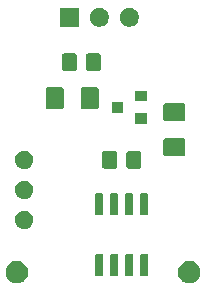
<source format=gbr>
G04 #@! TF.GenerationSoftware,KiCad,Pcbnew,(5.1.5)-1*
G04 #@! TF.CreationDate,2021-04-01T17:00:37+02:00*
G04 #@! TF.ProjectId,KonstantStromQuelle,4b6f6e73-7461-46e7-9453-74726f6d5175,rev?*
G04 #@! TF.SameCoordinates,Original*
G04 #@! TF.FileFunction,Soldermask,Top*
G04 #@! TF.FilePolarity,Negative*
%FSLAX46Y46*%
G04 Gerber Fmt 4.6, Leading zero omitted, Abs format (unit mm)*
G04 Created by KiCad (PCBNEW (5.1.5)-1) date 2021-04-01 17:00:37*
%MOMM*%
%LPD*%
G04 APERTURE LIST*
%ADD10C,0.100000*%
G04 APERTURE END LIST*
D10*
G36*
X136167395Y-80365546D02*
G01*
X136340466Y-80437234D01*
X136340467Y-80437235D01*
X136496227Y-80541310D01*
X136628690Y-80673773D01*
X136628691Y-80673775D01*
X136732766Y-80829534D01*
X136804454Y-81002605D01*
X136841000Y-81186333D01*
X136841000Y-81373667D01*
X136804454Y-81557395D01*
X136732766Y-81730466D01*
X136732765Y-81730467D01*
X136628690Y-81886227D01*
X136496227Y-82018690D01*
X136417818Y-82071081D01*
X136340466Y-82122766D01*
X136167395Y-82194454D01*
X135983667Y-82231000D01*
X135796333Y-82231000D01*
X135612605Y-82194454D01*
X135439534Y-82122766D01*
X135362182Y-82071081D01*
X135283773Y-82018690D01*
X135151310Y-81886227D01*
X135047235Y-81730467D01*
X135047234Y-81730466D01*
X134975546Y-81557395D01*
X134939000Y-81373667D01*
X134939000Y-81186333D01*
X134975546Y-81002605D01*
X135047234Y-80829534D01*
X135151309Y-80673775D01*
X135151310Y-80673773D01*
X135283773Y-80541310D01*
X135439533Y-80437235D01*
X135439534Y-80437234D01*
X135612605Y-80365546D01*
X135796333Y-80329000D01*
X135983667Y-80329000D01*
X136167395Y-80365546D01*
G37*
G36*
X121562395Y-80365546D02*
G01*
X121735466Y-80437234D01*
X121735467Y-80437235D01*
X121891227Y-80541310D01*
X122023690Y-80673773D01*
X122023691Y-80673775D01*
X122127766Y-80829534D01*
X122199454Y-81002605D01*
X122236000Y-81186333D01*
X122236000Y-81373667D01*
X122199454Y-81557395D01*
X122127766Y-81730466D01*
X122127765Y-81730467D01*
X122023690Y-81886227D01*
X121891227Y-82018690D01*
X121812818Y-82071081D01*
X121735466Y-82122766D01*
X121562395Y-82194454D01*
X121378667Y-82231000D01*
X121191333Y-82231000D01*
X121007605Y-82194454D01*
X120834534Y-82122766D01*
X120757182Y-82071081D01*
X120678773Y-82018690D01*
X120546310Y-81886227D01*
X120442235Y-81730467D01*
X120442234Y-81730466D01*
X120370546Y-81557395D01*
X120334000Y-81373667D01*
X120334000Y-81186333D01*
X120370546Y-81002605D01*
X120442234Y-80829534D01*
X120546309Y-80673775D01*
X120546310Y-80673773D01*
X120678773Y-80541310D01*
X120834533Y-80437235D01*
X120834534Y-80437234D01*
X121007605Y-80365546D01*
X121191333Y-80329000D01*
X121378667Y-80329000D01*
X121562395Y-80365546D01*
G37*
G36*
X128529928Y-79756764D02*
G01*
X128551009Y-79763160D01*
X128570445Y-79773548D01*
X128587476Y-79787524D01*
X128601452Y-79804555D01*
X128611840Y-79823991D01*
X128618236Y-79845072D01*
X128621000Y-79873140D01*
X128621000Y-81486860D01*
X128618236Y-81514928D01*
X128611840Y-81536009D01*
X128601452Y-81555445D01*
X128587476Y-81572476D01*
X128570445Y-81586452D01*
X128551009Y-81596840D01*
X128529928Y-81603236D01*
X128501860Y-81606000D01*
X128038140Y-81606000D01*
X128010072Y-81603236D01*
X127988991Y-81596840D01*
X127969555Y-81586452D01*
X127952524Y-81572476D01*
X127938548Y-81555445D01*
X127928160Y-81536009D01*
X127921764Y-81514928D01*
X127919000Y-81486860D01*
X127919000Y-79873140D01*
X127921764Y-79845072D01*
X127928160Y-79823991D01*
X127938548Y-79804555D01*
X127952524Y-79787524D01*
X127969555Y-79773548D01*
X127988991Y-79763160D01*
X128010072Y-79756764D01*
X128038140Y-79754000D01*
X128501860Y-79754000D01*
X128529928Y-79756764D01*
G37*
G36*
X129799928Y-79756764D02*
G01*
X129821009Y-79763160D01*
X129840445Y-79773548D01*
X129857476Y-79787524D01*
X129871452Y-79804555D01*
X129881840Y-79823991D01*
X129888236Y-79845072D01*
X129891000Y-79873140D01*
X129891000Y-81486860D01*
X129888236Y-81514928D01*
X129881840Y-81536009D01*
X129871452Y-81555445D01*
X129857476Y-81572476D01*
X129840445Y-81586452D01*
X129821009Y-81596840D01*
X129799928Y-81603236D01*
X129771860Y-81606000D01*
X129308140Y-81606000D01*
X129280072Y-81603236D01*
X129258991Y-81596840D01*
X129239555Y-81586452D01*
X129222524Y-81572476D01*
X129208548Y-81555445D01*
X129198160Y-81536009D01*
X129191764Y-81514928D01*
X129189000Y-81486860D01*
X129189000Y-79873140D01*
X129191764Y-79845072D01*
X129198160Y-79823991D01*
X129208548Y-79804555D01*
X129222524Y-79787524D01*
X129239555Y-79773548D01*
X129258991Y-79763160D01*
X129280072Y-79756764D01*
X129308140Y-79754000D01*
X129771860Y-79754000D01*
X129799928Y-79756764D01*
G37*
G36*
X131069928Y-79756764D02*
G01*
X131091009Y-79763160D01*
X131110445Y-79773548D01*
X131127476Y-79787524D01*
X131141452Y-79804555D01*
X131151840Y-79823991D01*
X131158236Y-79845072D01*
X131161000Y-79873140D01*
X131161000Y-81486860D01*
X131158236Y-81514928D01*
X131151840Y-81536009D01*
X131141452Y-81555445D01*
X131127476Y-81572476D01*
X131110445Y-81586452D01*
X131091009Y-81596840D01*
X131069928Y-81603236D01*
X131041860Y-81606000D01*
X130578140Y-81606000D01*
X130550072Y-81603236D01*
X130528991Y-81596840D01*
X130509555Y-81586452D01*
X130492524Y-81572476D01*
X130478548Y-81555445D01*
X130468160Y-81536009D01*
X130461764Y-81514928D01*
X130459000Y-81486860D01*
X130459000Y-79873140D01*
X130461764Y-79845072D01*
X130468160Y-79823991D01*
X130478548Y-79804555D01*
X130492524Y-79787524D01*
X130509555Y-79773548D01*
X130528991Y-79763160D01*
X130550072Y-79756764D01*
X130578140Y-79754000D01*
X131041860Y-79754000D01*
X131069928Y-79756764D01*
G37*
G36*
X132339928Y-79756764D02*
G01*
X132361009Y-79763160D01*
X132380445Y-79773548D01*
X132397476Y-79787524D01*
X132411452Y-79804555D01*
X132421840Y-79823991D01*
X132428236Y-79845072D01*
X132431000Y-79873140D01*
X132431000Y-81486860D01*
X132428236Y-81514928D01*
X132421840Y-81536009D01*
X132411452Y-81555445D01*
X132397476Y-81572476D01*
X132380445Y-81586452D01*
X132361009Y-81596840D01*
X132339928Y-81603236D01*
X132311860Y-81606000D01*
X131848140Y-81606000D01*
X131820072Y-81603236D01*
X131798991Y-81596840D01*
X131779555Y-81586452D01*
X131762524Y-81572476D01*
X131748548Y-81555445D01*
X131738160Y-81536009D01*
X131731764Y-81514928D01*
X131729000Y-81486860D01*
X131729000Y-79873140D01*
X131731764Y-79845072D01*
X131738160Y-79823991D01*
X131748548Y-79804555D01*
X131762524Y-79787524D01*
X131779555Y-79773548D01*
X131798991Y-79763160D01*
X131820072Y-79756764D01*
X131848140Y-79754000D01*
X132311860Y-79754000D01*
X132339928Y-79756764D01*
G37*
G36*
X122045589Y-76073876D02*
G01*
X122144893Y-76093629D01*
X122285206Y-76151748D01*
X122411484Y-76236125D01*
X122518875Y-76343516D01*
X122603252Y-76469794D01*
X122661371Y-76610107D01*
X122691000Y-76759063D01*
X122691000Y-76910937D01*
X122661371Y-77059893D01*
X122603252Y-77200206D01*
X122518875Y-77326484D01*
X122411484Y-77433875D01*
X122285206Y-77518252D01*
X122144893Y-77576371D01*
X122045589Y-77596124D01*
X121995938Y-77606000D01*
X121844062Y-77606000D01*
X121794411Y-77596124D01*
X121695107Y-77576371D01*
X121554794Y-77518252D01*
X121428516Y-77433875D01*
X121321125Y-77326484D01*
X121236748Y-77200206D01*
X121178629Y-77059893D01*
X121149000Y-76910937D01*
X121149000Y-76759063D01*
X121178629Y-76610107D01*
X121236748Y-76469794D01*
X121321125Y-76343516D01*
X121428516Y-76236125D01*
X121554794Y-76151748D01*
X121695107Y-76093629D01*
X121794411Y-76073876D01*
X121844062Y-76064000D01*
X121995938Y-76064000D01*
X122045589Y-76073876D01*
G37*
G36*
X129799928Y-74606764D02*
G01*
X129821009Y-74613160D01*
X129840445Y-74623548D01*
X129857476Y-74637524D01*
X129871452Y-74654555D01*
X129881840Y-74673991D01*
X129888236Y-74695072D01*
X129891000Y-74723140D01*
X129891000Y-76336860D01*
X129888236Y-76364928D01*
X129881840Y-76386009D01*
X129871452Y-76405445D01*
X129857476Y-76422476D01*
X129840445Y-76436452D01*
X129821009Y-76446840D01*
X129799928Y-76453236D01*
X129771860Y-76456000D01*
X129308140Y-76456000D01*
X129280072Y-76453236D01*
X129258991Y-76446840D01*
X129239555Y-76436452D01*
X129222524Y-76422476D01*
X129208548Y-76405445D01*
X129198160Y-76386009D01*
X129191764Y-76364928D01*
X129189000Y-76336860D01*
X129189000Y-74723140D01*
X129191764Y-74695072D01*
X129198160Y-74673991D01*
X129208548Y-74654555D01*
X129222524Y-74637524D01*
X129239555Y-74623548D01*
X129258991Y-74613160D01*
X129280072Y-74606764D01*
X129308140Y-74604000D01*
X129771860Y-74604000D01*
X129799928Y-74606764D01*
G37*
G36*
X132339928Y-74606764D02*
G01*
X132361009Y-74613160D01*
X132380445Y-74623548D01*
X132397476Y-74637524D01*
X132411452Y-74654555D01*
X132421840Y-74673991D01*
X132428236Y-74695072D01*
X132431000Y-74723140D01*
X132431000Y-76336860D01*
X132428236Y-76364928D01*
X132421840Y-76386009D01*
X132411452Y-76405445D01*
X132397476Y-76422476D01*
X132380445Y-76436452D01*
X132361009Y-76446840D01*
X132339928Y-76453236D01*
X132311860Y-76456000D01*
X131848140Y-76456000D01*
X131820072Y-76453236D01*
X131798991Y-76446840D01*
X131779555Y-76436452D01*
X131762524Y-76422476D01*
X131748548Y-76405445D01*
X131738160Y-76386009D01*
X131731764Y-76364928D01*
X131729000Y-76336860D01*
X131729000Y-74723140D01*
X131731764Y-74695072D01*
X131738160Y-74673991D01*
X131748548Y-74654555D01*
X131762524Y-74637524D01*
X131779555Y-74623548D01*
X131798991Y-74613160D01*
X131820072Y-74606764D01*
X131848140Y-74604000D01*
X132311860Y-74604000D01*
X132339928Y-74606764D01*
G37*
G36*
X131069928Y-74606764D02*
G01*
X131091009Y-74613160D01*
X131110445Y-74623548D01*
X131127476Y-74637524D01*
X131141452Y-74654555D01*
X131151840Y-74673991D01*
X131158236Y-74695072D01*
X131161000Y-74723140D01*
X131161000Y-76336860D01*
X131158236Y-76364928D01*
X131151840Y-76386009D01*
X131141452Y-76405445D01*
X131127476Y-76422476D01*
X131110445Y-76436452D01*
X131091009Y-76446840D01*
X131069928Y-76453236D01*
X131041860Y-76456000D01*
X130578140Y-76456000D01*
X130550072Y-76453236D01*
X130528991Y-76446840D01*
X130509555Y-76436452D01*
X130492524Y-76422476D01*
X130478548Y-76405445D01*
X130468160Y-76386009D01*
X130461764Y-76364928D01*
X130459000Y-76336860D01*
X130459000Y-74723140D01*
X130461764Y-74695072D01*
X130468160Y-74673991D01*
X130478548Y-74654555D01*
X130492524Y-74637524D01*
X130509555Y-74623548D01*
X130528991Y-74613160D01*
X130550072Y-74606764D01*
X130578140Y-74604000D01*
X131041860Y-74604000D01*
X131069928Y-74606764D01*
G37*
G36*
X128529928Y-74606764D02*
G01*
X128551009Y-74613160D01*
X128570445Y-74623548D01*
X128587476Y-74637524D01*
X128601452Y-74654555D01*
X128611840Y-74673991D01*
X128618236Y-74695072D01*
X128621000Y-74723140D01*
X128621000Y-76336860D01*
X128618236Y-76364928D01*
X128611840Y-76386009D01*
X128601452Y-76405445D01*
X128587476Y-76422476D01*
X128570445Y-76436452D01*
X128551009Y-76446840D01*
X128529928Y-76453236D01*
X128501860Y-76456000D01*
X128038140Y-76456000D01*
X128010072Y-76453236D01*
X127988991Y-76446840D01*
X127969555Y-76436452D01*
X127952524Y-76422476D01*
X127938548Y-76405445D01*
X127928160Y-76386009D01*
X127921764Y-76364928D01*
X127919000Y-76336860D01*
X127919000Y-74723140D01*
X127921764Y-74695072D01*
X127928160Y-74673991D01*
X127938548Y-74654555D01*
X127952524Y-74637524D01*
X127969555Y-74623548D01*
X127988991Y-74613160D01*
X128010072Y-74606764D01*
X128038140Y-74604000D01*
X128501860Y-74604000D01*
X128529928Y-74606764D01*
G37*
G36*
X122045589Y-73533876D02*
G01*
X122144893Y-73553629D01*
X122285206Y-73611748D01*
X122411484Y-73696125D01*
X122518875Y-73803516D01*
X122603252Y-73929794D01*
X122661371Y-74070107D01*
X122691000Y-74219063D01*
X122691000Y-74370937D01*
X122661371Y-74519893D01*
X122603252Y-74660206D01*
X122518875Y-74786484D01*
X122411484Y-74893875D01*
X122285206Y-74978252D01*
X122144893Y-75036371D01*
X122045589Y-75056124D01*
X121995938Y-75066000D01*
X121844062Y-75066000D01*
X121794411Y-75056124D01*
X121695107Y-75036371D01*
X121554794Y-74978252D01*
X121428516Y-74893875D01*
X121321125Y-74786484D01*
X121236748Y-74660206D01*
X121178629Y-74519893D01*
X121149000Y-74370937D01*
X121149000Y-74219063D01*
X121178629Y-74070107D01*
X121236748Y-73929794D01*
X121321125Y-73803516D01*
X121428516Y-73696125D01*
X121554794Y-73611748D01*
X121695107Y-73553629D01*
X121794411Y-73533876D01*
X121844062Y-73524000D01*
X121995938Y-73524000D01*
X122045589Y-73533876D01*
G37*
G36*
X122045589Y-70993876D02*
G01*
X122144893Y-71013629D01*
X122285206Y-71071748D01*
X122411484Y-71156125D01*
X122518875Y-71263516D01*
X122603252Y-71389794D01*
X122661371Y-71530107D01*
X122691000Y-71679063D01*
X122691000Y-71830937D01*
X122661371Y-71979893D01*
X122603252Y-72120206D01*
X122518875Y-72246484D01*
X122411484Y-72353875D01*
X122285206Y-72438252D01*
X122144893Y-72496371D01*
X122045589Y-72516124D01*
X121995938Y-72526000D01*
X121844062Y-72526000D01*
X121794411Y-72516124D01*
X121695107Y-72496371D01*
X121554794Y-72438252D01*
X121428516Y-72353875D01*
X121321125Y-72246484D01*
X121236748Y-72120206D01*
X121178629Y-71979893D01*
X121149000Y-71830937D01*
X121149000Y-71679063D01*
X121178629Y-71530107D01*
X121236748Y-71389794D01*
X121321125Y-71263516D01*
X121428516Y-71156125D01*
X121554794Y-71071748D01*
X121695107Y-71013629D01*
X121794411Y-70993876D01*
X121844062Y-70984000D01*
X121995938Y-70984000D01*
X122045589Y-70993876D01*
G37*
G36*
X129613674Y-71008465D02*
G01*
X129651367Y-71019899D01*
X129686103Y-71038466D01*
X129716548Y-71063452D01*
X129741534Y-71093897D01*
X129760101Y-71128633D01*
X129771535Y-71166326D01*
X129776000Y-71211661D01*
X129776000Y-72298339D01*
X129771535Y-72343674D01*
X129760101Y-72381367D01*
X129741534Y-72416103D01*
X129716548Y-72446548D01*
X129686103Y-72471534D01*
X129651367Y-72490101D01*
X129613674Y-72501535D01*
X129568339Y-72506000D01*
X128731661Y-72506000D01*
X128686326Y-72501535D01*
X128648633Y-72490101D01*
X128613897Y-72471534D01*
X128583452Y-72446548D01*
X128558466Y-72416103D01*
X128539899Y-72381367D01*
X128528465Y-72343674D01*
X128524000Y-72298339D01*
X128524000Y-71211661D01*
X128528465Y-71166326D01*
X128539899Y-71128633D01*
X128558466Y-71093897D01*
X128583452Y-71063452D01*
X128613897Y-71038466D01*
X128648633Y-71019899D01*
X128686326Y-71008465D01*
X128731661Y-71004000D01*
X129568339Y-71004000D01*
X129613674Y-71008465D01*
G37*
G36*
X131663674Y-71008465D02*
G01*
X131701367Y-71019899D01*
X131736103Y-71038466D01*
X131766548Y-71063452D01*
X131791534Y-71093897D01*
X131810101Y-71128633D01*
X131821535Y-71166326D01*
X131826000Y-71211661D01*
X131826000Y-72298339D01*
X131821535Y-72343674D01*
X131810101Y-72381367D01*
X131791534Y-72416103D01*
X131766548Y-72446548D01*
X131736103Y-72471534D01*
X131701367Y-72490101D01*
X131663674Y-72501535D01*
X131618339Y-72506000D01*
X130781661Y-72506000D01*
X130736326Y-72501535D01*
X130698633Y-72490101D01*
X130663897Y-72471534D01*
X130633452Y-72446548D01*
X130608466Y-72416103D01*
X130589899Y-72381367D01*
X130578465Y-72343674D01*
X130574000Y-72298339D01*
X130574000Y-71211661D01*
X130578465Y-71166326D01*
X130589899Y-71128633D01*
X130608466Y-71093897D01*
X130633452Y-71063452D01*
X130663897Y-71038466D01*
X130698633Y-71019899D01*
X130736326Y-71008465D01*
X130781661Y-71004000D01*
X131618339Y-71004000D01*
X131663674Y-71008465D01*
G37*
G36*
X135395562Y-69943181D02*
G01*
X135430481Y-69953774D01*
X135462663Y-69970976D01*
X135490873Y-69994127D01*
X135514024Y-70022337D01*
X135531226Y-70054519D01*
X135541819Y-70089438D01*
X135546000Y-70131895D01*
X135546000Y-71273105D01*
X135541819Y-71315562D01*
X135531226Y-71350481D01*
X135514024Y-71382663D01*
X135490873Y-71410873D01*
X135462663Y-71434024D01*
X135430481Y-71451226D01*
X135395562Y-71461819D01*
X135353105Y-71466000D01*
X133886895Y-71466000D01*
X133844438Y-71461819D01*
X133809519Y-71451226D01*
X133777337Y-71434024D01*
X133749127Y-71410873D01*
X133725976Y-71382663D01*
X133708774Y-71350481D01*
X133698181Y-71315562D01*
X133694000Y-71273105D01*
X133694000Y-70131895D01*
X133698181Y-70089438D01*
X133708774Y-70054519D01*
X133725976Y-70022337D01*
X133749127Y-69994127D01*
X133777337Y-69970976D01*
X133809519Y-69953774D01*
X133844438Y-69943181D01*
X133886895Y-69939000D01*
X135353105Y-69939000D01*
X135395562Y-69943181D01*
G37*
G36*
X132311000Y-68711000D02*
G01*
X131309000Y-68711000D01*
X131309000Y-67809000D01*
X132311000Y-67809000D01*
X132311000Y-68711000D01*
G37*
G36*
X135395562Y-66968181D02*
G01*
X135430481Y-66978774D01*
X135462663Y-66995976D01*
X135490873Y-67019127D01*
X135514024Y-67047337D01*
X135531226Y-67079519D01*
X135541819Y-67114438D01*
X135546000Y-67156895D01*
X135546000Y-68298105D01*
X135541819Y-68340562D01*
X135531226Y-68375481D01*
X135514024Y-68407663D01*
X135490873Y-68435873D01*
X135462663Y-68459024D01*
X135430481Y-68476226D01*
X135395562Y-68486819D01*
X135353105Y-68491000D01*
X133886895Y-68491000D01*
X133844438Y-68486819D01*
X133809519Y-68476226D01*
X133777337Y-68459024D01*
X133749127Y-68435873D01*
X133725976Y-68407663D01*
X133708774Y-68375481D01*
X133698181Y-68340562D01*
X133694000Y-68298105D01*
X133694000Y-67156895D01*
X133698181Y-67114438D01*
X133708774Y-67079519D01*
X133725976Y-67047337D01*
X133749127Y-67019127D01*
X133777337Y-66995976D01*
X133809519Y-66978774D01*
X133844438Y-66968181D01*
X133886895Y-66964000D01*
X135353105Y-66964000D01*
X135395562Y-66968181D01*
G37*
G36*
X130311000Y-67761000D02*
G01*
X129309000Y-67761000D01*
X129309000Y-66859000D01*
X130311000Y-66859000D01*
X130311000Y-67761000D01*
G37*
G36*
X125109562Y-65626181D02*
G01*
X125144481Y-65636774D01*
X125176663Y-65653976D01*
X125204873Y-65677127D01*
X125228024Y-65705337D01*
X125245226Y-65737519D01*
X125255819Y-65772438D01*
X125260000Y-65814895D01*
X125260000Y-67281105D01*
X125255819Y-67323562D01*
X125245226Y-67358481D01*
X125228024Y-67390663D01*
X125204873Y-67418873D01*
X125176663Y-67442024D01*
X125144481Y-67459226D01*
X125109562Y-67469819D01*
X125067105Y-67474000D01*
X123925895Y-67474000D01*
X123883438Y-67469819D01*
X123848519Y-67459226D01*
X123816337Y-67442024D01*
X123788127Y-67418873D01*
X123764976Y-67390663D01*
X123747774Y-67358481D01*
X123737181Y-67323562D01*
X123733000Y-67281105D01*
X123733000Y-65814895D01*
X123737181Y-65772438D01*
X123747774Y-65737519D01*
X123764976Y-65705337D01*
X123788127Y-65677127D01*
X123816337Y-65653976D01*
X123848519Y-65636774D01*
X123883438Y-65626181D01*
X123925895Y-65622000D01*
X125067105Y-65622000D01*
X125109562Y-65626181D01*
G37*
G36*
X128084562Y-65626181D02*
G01*
X128119481Y-65636774D01*
X128151663Y-65653976D01*
X128179873Y-65677127D01*
X128203024Y-65705337D01*
X128220226Y-65737519D01*
X128230819Y-65772438D01*
X128235000Y-65814895D01*
X128235000Y-67281105D01*
X128230819Y-67323562D01*
X128220226Y-67358481D01*
X128203024Y-67390663D01*
X128179873Y-67418873D01*
X128151663Y-67442024D01*
X128119481Y-67459226D01*
X128084562Y-67469819D01*
X128042105Y-67474000D01*
X126900895Y-67474000D01*
X126858438Y-67469819D01*
X126823519Y-67459226D01*
X126791337Y-67442024D01*
X126763127Y-67418873D01*
X126739976Y-67390663D01*
X126722774Y-67358481D01*
X126712181Y-67323562D01*
X126708000Y-67281105D01*
X126708000Y-65814895D01*
X126712181Y-65772438D01*
X126722774Y-65737519D01*
X126739976Y-65705337D01*
X126763127Y-65677127D01*
X126791337Y-65653976D01*
X126823519Y-65636774D01*
X126858438Y-65626181D01*
X126900895Y-65622000D01*
X128042105Y-65622000D01*
X128084562Y-65626181D01*
G37*
G36*
X132311000Y-66811000D02*
G01*
X131309000Y-66811000D01*
X131309000Y-65909000D01*
X132311000Y-65909000D01*
X132311000Y-66811000D01*
G37*
G36*
X126193674Y-62753465D02*
G01*
X126231367Y-62764899D01*
X126266103Y-62783466D01*
X126296548Y-62808452D01*
X126321534Y-62838897D01*
X126340101Y-62873633D01*
X126351535Y-62911326D01*
X126356000Y-62956661D01*
X126356000Y-64043339D01*
X126351535Y-64088674D01*
X126340101Y-64126367D01*
X126321534Y-64161103D01*
X126296548Y-64191548D01*
X126266103Y-64216534D01*
X126231367Y-64235101D01*
X126193674Y-64246535D01*
X126148339Y-64251000D01*
X125311661Y-64251000D01*
X125266326Y-64246535D01*
X125228633Y-64235101D01*
X125193897Y-64216534D01*
X125163452Y-64191548D01*
X125138466Y-64161103D01*
X125119899Y-64126367D01*
X125108465Y-64088674D01*
X125104000Y-64043339D01*
X125104000Y-62956661D01*
X125108465Y-62911326D01*
X125119899Y-62873633D01*
X125138466Y-62838897D01*
X125163452Y-62808452D01*
X125193897Y-62783466D01*
X125228633Y-62764899D01*
X125266326Y-62753465D01*
X125311661Y-62749000D01*
X126148339Y-62749000D01*
X126193674Y-62753465D01*
G37*
G36*
X128243674Y-62753465D02*
G01*
X128281367Y-62764899D01*
X128316103Y-62783466D01*
X128346548Y-62808452D01*
X128371534Y-62838897D01*
X128390101Y-62873633D01*
X128401535Y-62911326D01*
X128406000Y-62956661D01*
X128406000Y-64043339D01*
X128401535Y-64088674D01*
X128390101Y-64126367D01*
X128371534Y-64161103D01*
X128346548Y-64191548D01*
X128316103Y-64216534D01*
X128281367Y-64235101D01*
X128243674Y-64246535D01*
X128198339Y-64251000D01*
X127361661Y-64251000D01*
X127316326Y-64246535D01*
X127278633Y-64235101D01*
X127243897Y-64216534D01*
X127213452Y-64191548D01*
X127188466Y-64161103D01*
X127169899Y-64126367D01*
X127158465Y-64088674D01*
X127154000Y-64043339D01*
X127154000Y-62956661D01*
X127158465Y-62911326D01*
X127169899Y-62873633D01*
X127188466Y-62838897D01*
X127213452Y-62808452D01*
X127243897Y-62783466D01*
X127278633Y-62764899D01*
X127316326Y-62753465D01*
X127361661Y-62749000D01*
X128198339Y-62749000D01*
X128243674Y-62753465D01*
G37*
G36*
X126531000Y-60491000D02*
G01*
X124929000Y-60491000D01*
X124929000Y-58889000D01*
X126531000Y-58889000D01*
X126531000Y-60491000D01*
G37*
G36*
X131043642Y-58919781D02*
G01*
X131189414Y-58980162D01*
X131189416Y-58980163D01*
X131320608Y-59067822D01*
X131432178Y-59179392D01*
X131519837Y-59310584D01*
X131519838Y-59310586D01*
X131580219Y-59456358D01*
X131611000Y-59611107D01*
X131611000Y-59768893D01*
X131580219Y-59923642D01*
X131519838Y-60069414D01*
X131519837Y-60069416D01*
X131432178Y-60200608D01*
X131320608Y-60312178D01*
X131189416Y-60399837D01*
X131189415Y-60399838D01*
X131189414Y-60399838D01*
X131043642Y-60460219D01*
X130888893Y-60491000D01*
X130731107Y-60491000D01*
X130576358Y-60460219D01*
X130430586Y-60399838D01*
X130430585Y-60399838D01*
X130430584Y-60399837D01*
X130299392Y-60312178D01*
X130187822Y-60200608D01*
X130100163Y-60069416D01*
X130100162Y-60069414D01*
X130039781Y-59923642D01*
X130009000Y-59768893D01*
X130009000Y-59611107D01*
X130039781Y-59456358D01*
X130100162Y-59310586D01*
X130100163Y-59310584D01*
X130187822Y-59179392D01*
X130299392Y-59067822D01*
X130430584Y-58980163D01*
X130430586Y-58980162D01*
X130576358Y-58919781D01*
X130731107Y-58889000D01*
X130888893Y-58889000D01*
X131043642Y-58919781D01*
G37*
G36*
X128503642Y-58919781D02*
G01*
X128649414Y-58980162D01*
X128649416Y-58980163D01*
X128780608Y-59067822D01*
X128892178Y-59179392D01*
X128979837Y-59310584D01*
X128979838Y-59310586D01*
X129040219Y-59456358D01*
X129071000Y-59611107D01*
X129071000Y-59768893D01*
X129040219Y-59923642D01*
X128979838Y-60069414D01*
X128979837Y-60069416D01*
X128892178Y-60200608D01*
X128780608Y-60312178D01*
X128649416Y-60399837D01*
X128649415Y-60399838D01*
X128649414Y-60399838D01*
X128503642Y-60460219D01*
X128348893Y-60491000D01*
X128191107Y-60491000D01*
X128036358Y-60460219D01*
X127890586Y-60399838D01*
X127890585Y-60399838D01*
X127890584Y-60399837D01*
X127759392Y-60312178D01*
X127647822Y-60200608D01*
X127560163Y-60069416D01*
X127560162Y-60069414D01*
X127499781Y-59923642D01*
X127469000Y-59768893D01*
X127469000Y-59611107D01*
X127499781Y-59456358D01*
X127560162Y-59310586D01*
X127560163Y-59310584D01*
X127647822Y-59179392D01*
X127759392Y-59067822D01*
X127890584Y-58980163D01*
X127890586Y-58980162D01*
X128036358Y-58919781D01*
X128191107Y-58889000D01*
X128348893Y-58889000D01*
X128503642Y-58919781D01*
G37*
M02*

</source>
